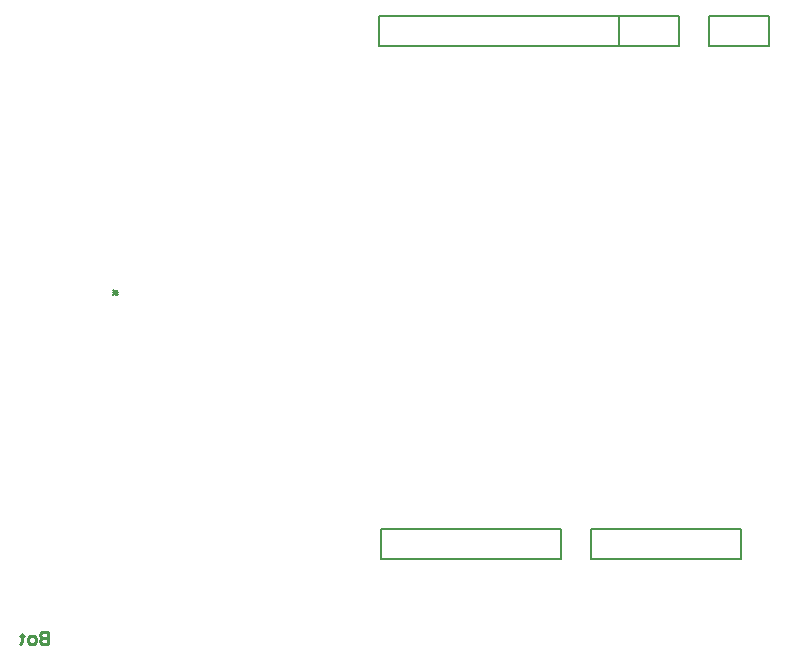
<source format=gbo>
G04*
G04 #@! TF.GenerationSoftware,Altium Limited,Altium NEXUS,2.1.8 (74)*
G04*
G04 Layer_Color=32896*
%FSLAX25Y25*%
%MOIN*%
G70*
G01*
G75*
%ADD13C,0.00787*%
%ADD16C,0.01000*%
%ADD17C,0.00591*%
D13*
X326158Y203303D02*
X346158D01*
Y213303D01*
X326158D02*
X346158D01*
X326158Y203303D02*
Y213303D01*
X246159Y213302D02*
X326159D01*
Y203302D02*
Y213302D01*
X246159Y203302D02*
X326159D01*
X246159D02*
Y213302D01*
X356159Y203302D02*
Y213302D01*
X356159Y203302D02*
Y213302D01*
X376159D01*
Y203302D02*
Y213302D01*
X356159Y203302D02*
X376159D01*
X316659Y32302D02*
Y42302D01*
Y32302D02*
X366659D01*
X316659Y42302D02*
X366659D01*
Y32302D02*
Y42302D01*
X246659Y32302D02*
Y42302D01*
X306659Y32302D02*
Y42302D01*
X246659D02*
X306659D01*
X246659Y32302D02*
X306659D01*
D16*
X135614Y8085D02*
Y4150D01*
X133646D01*
X132990Y4806D01*
Y5461D01*
X133646Y6117D01*
X135614D01*
X133646D01*
X132990Y6773D01*
Y7429D01*
X133646Y8085D01*
X135614D01*
X131023Y4150D02*
X129711D01*
X129055Y4806D01*
Y6117D01*
X129711Y6773D01*
X131023D01*
X131678Y6117D01*
Y4806D01*
X131023Y4150D01*
X127087Y7429D02*
Y6773D01*
X127743D01*
X126431D01*
X127087D01*
Y4806D01*
X126431Y4150D01*
D17*
X159090Y122186D02*
X157253Y120349D01*
X159090D02*
X157253Y122186D01*
X159090Y121267D02*
X157253D01*
X158171Y120349D02*
Y122186D01*
M02*

</source>
